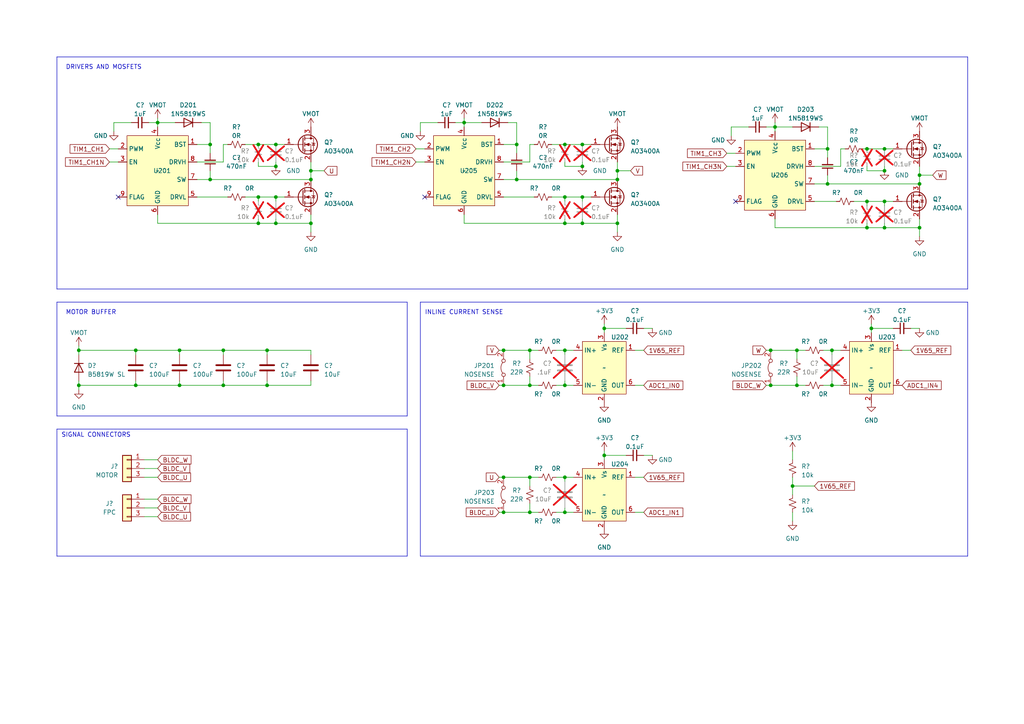
<source format=kicad_sch>
(kicad_sch (version 20230221) (generator eeschema)
  (paper "A4")
  (lib_symbols
    (symbol "Connector_Generic:Conn_01x03" (pin_names (offset 1.016) hide)
      (property "Reference" "J" (at 0 5.08 0))
      (property "Value" "Conn_01x03" (at 0 -5.08 0))
      (symbol "Conn_01x03_1_1"
        (pin passive line (at -5.08 2.54 0) (length 3.81) (name "Pin_1") (number "1"))
        (pin passive line (at -5.08 0 0) (length 3.81) (name "Pin_2") (number "2"))
        (pin passive line (at -5.08 -2.54 0) (length 3.81) (name "Pin_3") (number "3"))
      )
    )
    (symbol "Device:C" (pin_numbers hide) (pin_names (offset 0.254))
      (property "Reference" "C" (at 0.635 2.54 0))
      (property "Value" "C" (at 0.635 -2.54 0))
      (symbol "C_1_1"
        (pin passive line (at 0 3.81 270) (length 2.794) (name "~") (number "1"))
        (pin passive line (at 0 -3.81 90) (length 2.794) (name "~") (number "2"))
      )
    )
    (symbol "Device:C_Small" (pin_numbers hide) (pin_names (offset 0.254) hide)
      (property "Reference" "C" (at 0.254 1.778 0))
      (property "Value" "C_Small" (at 0.254 -2.032 0))
      (symbol "C_Small_1_1"
        (pin passive line (at 0 2.54 270) (length 2.032) (name "~") (number "1"))
        (pin passive line (at 0 -2.54 90) (length 2.032) (name "~") (number "2"))
      )
    )
    (symbol "Device:D" (pin_numbers hide) (pin_names (offset 1.016) hide)
      (property "Reference" "D" (at 0 2.54 0))
      (property "Value" "D" (at 0 -2.54 0))
      (symbol "D_1_1"
        (pin passive line (at -3.81 0 0) (length 2.54) (name "K") (number "1"))
        (pin passive line (at 3.81 0 180) (length 2.54) (name "A") (number "2"))
      )
    )
    (symbol "Device:R_Small_US" (pin_numbers hide) (pin_names (offset 0.254) hide)
      (property "Reference" "R" (at 0.762 0.508 0))
      (property "Value" "R_Small_US" (at 0.762 -1.016 0))
      (symbol "R_Small_US_1_1"
        (pin passive line (at 0 2.54 270) (length 1.016) (name "~") (number "1"))
        (pin passive line (at 0 -2.54 90) (length 1.016) (name "~") (number "2"))
      )
    )
    (symbol "Jumper:Jumper_2_Bridged" (pin_names (offset 0) hide)
      (property "Reference" "JP" (at 0 1.905 0))
      (property "Value" "Jumper_2_Bridged" (at 0 -2.54 0))
      (symbol "Jumper_2_Bridged_1_1"
        (pin passive line (at -5.08 0 0) (length 2.54) (name "A") (number "1"))
        (pin passive line (at 5.08 0 180) (length 2.54) (name "B") (number "2"))
      )
    )
    (symbol "Transistor_FET:AO3400A" (pin_names hide)
      (property "Reference" "Q" (at 5.08 1.905 0))
      (property "Value" "AO3400A" (at 5.08 0 0))
      (symbol "AO3400A_1_1"
        (pin input line (at -5.08 0 0) (length 2.54) (name "G") (number "1"))
        (pin passive line (at 2.54 -5.08 90) (length 2.54) (name "S") (number "2"))
        (pin passive line (at 2.54 5.08 270) (length 2.54) (name "D") (number "3"))
      )
    )
    (symbol "matei:LT199G1"
      (property "Reference" "U" (at 0 0 0))
      (symbol "LT199G1_0_0"
        (pin unspecified line (at 8.89 5.08 180) (length 2.54) (name "REF") (number "1"))
        (pin unspecified line (at 0 -10.16 90) (length 2.54) (name "GND") (number "2"))
        (pin unspecified line (at 0 10.16 270) (length 2.54) (name "Vs") (number "3"))
        (pin unspecified line (at -8.89 5.08 0) (length 2.54) (name "IN+") (number "4"))
        (pin unspecified line (at -8.89 -5.08 0) (length 2.54) (name "IN-") (number "5"))
        (pin unspecified line (at 8.89 -5.08 180) (length 2.54) (name "OUT") (number "6"))
      )
    )
    (symbol "matei:NCP81155"
      (property "Reference" "U" (at 0 -2.54 0))
      (symbol "NCP81155_0_0"
        (pin unspecified line (at 11.43 7.62 180) (length 2.54) (name "BST") (number "1"))
        (pin unspecified line (at -11.43 6.35 0) (length 2.54) (name "PWM") (number "2"))
        (pin unspecified line (at -11.43 2.54 0) (length 2.54) (name "EN") (number "3"))
        (pin unspecified line (at 0 12.7 270) (length 2.54) (name "Vcc") (number "4"))
        (pin unspecified line (at 11.43 -7.62 180) (length 2.54) (name "DRVL") (number "5"))
        (pin unspecified line (at 0 -12.7 90) (length 2.54) (name "GND") (number "6"))
        (pin unspecified line (at 11.43 -2.54 180) (length 2.54) (name "SW") (number "7"))
        (pin unspecified line (at 11.43 2.54 180) (length 2.54) (name "DRVH") (number "8"))
        (pin unspecified line (at -11.43 -7.62 0) (length 2.54) (name "FLAG") (number "9"))
      )
    )
    (symbol "power:+3V3" (power) (pin_names (offset 0))
      (property "Value" "+3V3" (at 0 3.556 0))
      (symbol "+3V3_1_1"
        (pin power_in line (at 0 0 90) (length 0) hide (name "+3V3") (number "1"))
      )
    )
    (symbol "power:GND" (power) (pin_names (offset 0))
      (property "Value" "GND" (at 0 -3.81 0))
      (symbol "GND_1_1"
        (pin power_in line (at 0 0 270) (length 0) hide (name "GND") (number "1"))
      )
    )
    (symbol "power:VMOT" (power) (pin_names (offset 0))
      (property "Value" "VMOT" (at 0 3.81 0))
      (symbol "VMOT_1_1"
        (pin power_in line (at 0 0 90) (length 0) hide (name "VMOT") (number "1"))
      )
    )
  )
  (junction (at 179.07 64.77))
  (junction (at 240.03 53.34))
  (junction (at 241.3 101.6))
  (junction (at 251.46 43.18))
  (junction (at 149.86 52.07))
  (junction (at 80.01 48.26))
  (junction (at 251.46 66.04))
  (junction (at 60.96 52.07))
  (junction (at 146.05 111.76))
  (junction (at 22.86 111.76))
  (junction (at 231.14 111.76))
  (junction (at 224.79 36.83))
  (junction (at 80.01 41.91))
  (junction (at 163.83 41.91))
  (junction (at 223.52 111.76))
  (junction (at 80.01 57.15))
  (junction (at 64.77 111.76))
  (junction (at 134.62 35.56))
  (junction (at 252.73 95.25))
  (junction (at 175.26 132.08))
  (junction (at 163.83 57.15))
  (junction (at 45.72 35.56))
  (junction (at 60.96 41.91))
  (junction (at 153.67 138.43))
  (junction (at 266.7 50.8))
  (junction (at 179.07 49.53))
  (junction (at 256.54 66.04))
  (junction (at 168.91 41.91))
  (junction (at 163.83 111.76))
  (junction (at 179.07 52.07))
  (junction (at 168.91 48.26))
  (junction (at 163.83 148.59))
  (junction (at 80.01 64.77))
  (junction (at 256.54 49.53))
  (junction (at 22.86 101.6))
  (junction (at 163.83 64.77))
  (junction (at 266.7 66.04))
  (junction (at 39.37 101.6))
  (junction (at 163.83 138.43))
  (junction (at 146.05 148.59))
  (junction (at 74.93 41.91))
  (junction (at 168.91 57.15))
  (junction (at 163.83 101.6))
  (junction (at 251.46 58.42))
  (junction (at 74.93 57.15))
  (junction (at 149.86 41.91))
  (junction (at 256.54 43.18))
  (junction (at 266.7 53.34))
  (junction (at 241.3 111.76))
  (junction (at 256.54 58.42))
  (junction (at 168.91 64.77))
  (junction (at 52.07 101.6))
  (junction (at 240.03 43.18))
  (junction (at 90.17 52.07))
  (junction (at 39.37 111.76))
  (junction (at 52.07 111.76))
  (junction (at 90.17 64.77))
  (junction (at 90.17 49.53))
  (junction (at 146.05 138.43))
  (junction (at 229.87 140.97))
  (junction (at 153.67 101.6))
  (junction (at 175.26 95.25))
  (junction (at 153.67 148.59))
  (junction (at 64.77 101.6))
  (junction (at 231.14 101.6))
  (junction (at 77.47 101.6))
  (junction (at 77.47 111.76))
  (junction (at 74.93 64.77))
  (junction (at 223.52 101.6))
  (junction (at 146.05 101.6))
  (junction (at 153.67 111.76))
  (no_connect (at 34.29 57.15))
  (no_connect (at 213.36 58.42))
  (no_connect (at 123.19 57.15))
  (wire (pts (xy 74.93 41.91) (xy 80.01 41.91)))
  (wire (pts (xy 179.07 64.77) (xy 179.07 67.31)))
  (wire (pts (xy 134.62 34.29) (xy 134.62 35.56)))
  (wire (pts (xy 179.07 46.99) (xy 179.07 49.53)))
  (wire (pts (xy 261.62 101.6) (xy 264.16 101.6)))
  (wire (pts (xy 60.96 41.91) (xy 60.96 44.45)))
  (wire (pts (xy 146.05 111.76) (xy 153.67 111.76)))
  (wire (pts (xy 45.72 35.56) (xy 45.72 36.83)))
  (polyline (pts (xy 280.67 16.51) (xy 16.51 16.51)))
  (wire (pts (xy 175.26 95.25) (xy 175.26 96.52)))
  (wire (pts (xy 153.67 46.99) (xy 146.05 46.99)))
  (wire (pts (xy 22.86 111.76) (xy 39.37 111.76)))
  (wire (pts (xy 240.03 43.18) (xy 240.03 45.72)))
  (polyline (pts (xy 16.51 124.46) (xy 118.11 124.46)))
  (wire (pts (xy 45.72 147.32) (xy 41.91 147.32)))
  (wire (pts (xy 134.62 62.23) (xy 134.62 64.77)))
  (wire (pts (xy 38.1 35.56) (xy 33.02 35.56)))
  (wire (pts (xy 223.52 111.76) (xy 231.14 111.76)))
  (polyline (pts (xy 16.51 87.63) (xy 118.11 87.63)))
  (wire (pts (xy 132.08 35.56) (xy 134.62 35.56)))
  (wire (pts (xy 153.67 41.91) (xy 154.94 41.91)))
  (wire (pts (xy 153.67 41.91) (xy 153.67 46.99)))
  (wire (pts (xy 64.77 46.99) (xy 57.15 46.99)))
  (wire (pts (xy 163.83 63.5) (xy 163.83 64.77)))
  (wire (pts (xy 236.22 58.42) (xy 242.57 58.42)))
  (wire (pts (xy 224.79 66.04) (xy 251.46 66.04)))
  (wire (pts (xy 80.01 46.99) (xy 80.01 48.26)))
  (wire (pts (xy 74.93 46.99) (xy 74.93 48.26)))
  (wire (pts (xy 80.01 57.15) (xy 80.01 58.42)))
  (wire (pts (xy 175.26 132.08) (xy 181.61 132.08)))
  (wire (pts (xy 52.07 111.76) (xy 64.77 111.76)))
  (polyline (pts (xy 16.51 124.46) (xy 16.51 161.29)))
  (wire (pts (xy 222.25 36.83) (xy 224.79 36.83)))
  (wire (pts (xy 222.25 111.76) (xy 223.52 111.76)))
  (wire (pts (xy 184.15 138.43) (xy 186.69 138.43)))
  (wire (pts (xy 146.05 148.59) (xy 153.67 148.59)))
  (wire (pts (xy 31.75 46.99) (xy 34.29 46.99)))
  (wire (pts (xy 217.17 36.83) (xy 212.09 36.83)))
  (wire (pts (xy 236.22 53.34) (xy 240.03 53.34)))
  (polyline (pts (xy 121.92 87.63) (xy 280.67 87.63)))
  (wire (pts (xy 127 35.56) (xy 121.92 35.56)))
  (wire (pts (xy 153.67 138.43) (xy 153.67 140.97)))
  (polyline (pts (xy 118.11 120.65) (xy 118.11 87.63)))
  (wire (pts (xy 39.37 111.76) (xy 52.07 111.76)))
  (wire (pts (xy 134.62 35.56) (xy 134.62 36.83)))
  (wire (pts (xy 251.46 43.18) (xy 256.54 43.18)))
  (wire (pts (xy 256.54 58.42) (xy 256.54 59.69)))
  (wire (pts (xy 163.83 57.15) (xy 168.91 57.15)))
  (wire (pts (xy 163.83 138.43) (xy 163.83 139.7)))
  (wire (pts (xy 163.83 57.15) (xy 163.83 58.42)))
  (wire (pts (xy 250.19 43.18) (xy 251.46 43.18)))
  (wire (pts (xy 256.54 43.18) (xy 259.08 43.18)))
  (wire (pts (xy 163.83 138.43) (xy 166.37 138.43)))
  (wire (pts (xy 45.72 135.89) (xy 41.91 135.89)))
  (wire (pts (xy 210.82 48.26) (xy 213.36 48.26)))
  (wire (pts (xy 251.46 58.42) (xy 256.54 58.42)))
  (wire (pts (xy 74.93 57.15) (xy 80.01 57.15)))
  (wire (pts (xy 74.93 48.26) (xy 80.01 48.26)))
  (wire (pts (xy 238.76 101.6) (xy 241.3 101.6)))
  (wire (pts (xy 60.96 41.91) (xy 60.96 35.56)))
  (wire (pts (xy 240.03 50.8) (xy 240.03 53.34)))
  (wire (pts (xy 144.78 111.76) (xy 146.05 111.76)))
  (wire (pts (xy 247.65 58.42) (xy 251.46 58.42)))
  (polyline (pts (xy 280.67 83.82) (xy 280.67 16.51)))
  (wire (pts (xy 90.17 64.77) (xy 90.17 62.23)))
  (wire (pts (xy 160.02 41.91) (xy 163.83 41.91)))
  (wire (pts (xy 229.87 138.43) (xy 229.87 140.97)))
  (wire (pts (xy 186.69 132.08) (xy 189.23 132.08)))
  (wire (pts (xy 31.75 43.18) (xy 34.29 43.18)))
  (wire (pts (xy 256.54 64.77) (xy 256.54 66.04)))
  (wire (pts (xy 149.86 35.56) (xy 147.32 35.56)))
  (wire (pts (xy 238.76 111.76) (xy 241.3 111.76)))
  (wire (pts (xy 184.15 148.59) (xy 186.69 148.59)))
  (wire (pts (xy 45.72 133.35) (xy 41.91 133.35)))
  (wire (pts (xy 266.7 48.26) (xy 266.7 50.8)))
  (wire (pts (xy 251.46 66.04) (xy 256.54 66.04)))
  (wire (pts (xy 168.91 57.15) (xy 171.45 57.15)))
  (wire (pts (xy 161.29 138.43) (xy 163.83 138.43)))
  (wire (pts (xy 240.03 36.83) (xy 237.49 36.83)))
  (wire (pts (xy 168.91 63.5) (xy 168.91 64.77)))
  (wire (pts (xy 251.46 64.77) (xy 251.46 66.04)))
  (wire (pts (xy 168.91 46.99) (xy 168.91 48.26)))
  (wire (pts (xy 175.26 93.98) (xy 175.26 95.25)))
  (wire (pts (xy 223.52 101.6) (xy 231.14 101.6)))
  (wire (pts (xy 64.77 101.6) (xy 77.47 101.6)))
  (wire (pts (xy 90.17 64.77) (xy 90.17 67.31)))
  (wire (pts (xy 146.05 138.43) (xy 153.67 138.43)))
  (wire (pts (xy 22.86 111.76) (xy 22.86 113.03)))
  (wire (pts (xy 90.17 49.53) (xy 90.17 52.07)))
  (wire (pts (xy 153.67 111.76) (xy 156.21 111.76)))
  (wire (pts (xy 161.29 101.6) (xy 163.83 101.6)))
  (wire (pts (xy 224.79 35.56) (xy 224.79 36.83)))
  (wire (pts (xy 90.17 101.6) (xy 90.17 102.87)))
  (wire (pts (xy 266.7 66.04) (xy 266.7 68.58)))
  (polyline (pts (xy 16.51 16.51) (xy 16.51 83.82)))
  (wire (pts (xy 144.78 148.59) (xy 146.05 148.59)))
  (wire (pts (xy 22.86 100.33) (xy 22.86 101.6)))
  (wire (pts (xy 64.77 110.49) (xy 64.77 111.76)))
  (wire (pts (xy 45.72 34.29) (xy 45.72 35.56)))
  (wire (pts (xy 229.87 148.59) (xy 229.87 151.13)))
  (wire (pts (xy 144.78 138.43) (xy 146.05 138.43)))
  (wire (pts (xy 186.69 95.25) (xy 189.23 95.25)))
  (wire (pts (xy 163.83 111.76) (xy 166.37 111.76)))
  (wire (pts (xy 57.15 57.15) (xy 66.04 57.15)))
  (polyline (pts (xy 121.92 87.63) (xy 121.92 161.29)))
  (wire (pts (xy 241.3 110.49) (xy 241.3 111.76)))
  (wire (pts (xy 90.17 49.53) (xy 93.98 49.53)))
  (wire (pts (xy 163.83 101.6) (xy 166.37 101.6)))
  (wire (pts (xy 241.3 111.76) (xy 243.84 111.76)))
  (wire (pts (xy 153.67 146.05) (xy 153.67 148.59)))
  (wire (pts (xy 256.54 58.42) (xy 259.08 58.42)))
  (wire (pts (xy 231.14 109.22) (xy 231.14 111.76)))
  (wire (pts (xy 256.54 48.26) (xy 256.54 49.53)))
  (wire (pts (xy 64.77 101.6) (xy 64.77 102.87)))
  (wire (pts (xy 149.86 52.07) (xy 179.07 52.07)))
  (wire (pts (xy 251.46 58.42) (xy 251.46 59.69)))
  (polyline (pts (xy 16.51 87.63) (xy 16.51 120.65)))
  (wire (pts (xy 229.87 140.97) (xy 229.87 143.51)))
  (wire (pts (xy 80.01 57.15) (xy 82.55 57.15)))
  (wire (pts (xy 179.07 49.53) (xy 182.88 49.53)))
  (wire (pts (xy 175.26 130.81) (xy 175.26 132.08)))
  (wire (pts (xy 57.15 41.91) (xy 60.96 41.91)))
  (wire (pts (xy 236.22 43.18) (xy 240.03 43.18)))
  (wire (pts (xy 243.84 43.18) (xy 243.84 48.26)))
  (wire (pts (xy 22.86 110.49) (xy 22.86 111.76)))
  (wire (pts (xy 160.02 57.15) (xy 163.83 57.15)))
  (wire (pts (xy 245.11 43.18) (xy 243.84 43.18)))
  (wire (pts (xy 256.54 66.04) (xy 266.7 66.04)))
  (wire (pts (xy 266.7 50.8) (xy 270.51 50.8)))
  (wire (pts (xy 64.77 41.91) (xy 66.04 41.91)))
  (wire (pts (xy 139.7 35.56) (xy 134.62 35.56)))
  (wire (pts (xy 161.29 111.76) (xy 163.83 111.76)))
  (wire (pts (xy 231.14 101.6) (xy 233.68 101.6)))
  (wire (pts (xy 52.07 101.6) (xy 52.07 102.87)))
  (wire (pts (xy 146.05 52.07) (xy 149.86 52.07)))
  (wire (pts (xy 134.62 64.77) (xy 163.83 64.77)))
  (wire (pts (xy 71.12 41.91) (xy 74.93 41.91)))
  (wire (pts (xy 57.15 52.07) (xy 60.96 52.07)))
  (wire (pts (xy 252.73 93.98) (xy 252.73 95.25)))
  (wire (pts (xy 240.03 36.83) (xy 240.03 43.18)))
  (polyline (pts (xy 121.92 161.29) (xy 280.67 161.29)))
  (wire (pts (xy 181.61 95.25) (xy 175.26 95.25)))
  (wire (pts (xy 163.83 110.49) (xy 163.83 111.76)))
  (wire (pts (xy 163.83 64.77) (xy 168.91 64.77)))
  (wire (pts (xy 163.83 147.32) (xy 163.83 148.59)))
  (wire (pts (xy 179.07 64.77) (xy 179.07 62.23)))
  (wire (pts (xy 22.86 101.6) (xy 22.86 102.87)))
  (wire (pts (xy 60.96 35.56) (xy 58.42 35.56)))
  (wire (pts (xy 33.02 35.56) (xy 33.02 38.1)))
  (wire (pts (xy 45.72 144.78) (xy 41.91 144.78)))
  (wire (pts (xy 163.83 148.59) (xy 166.37 148.59)))
  (wire (pts (xy 120.65 46.99) (xy 123.19 46.99)))
  (wire (pts (xy 90.17 111.76) (xy 77.47 111.76)))
  (wire (pts (xy 264.16 95.25) (xy 266.7 95.25)))
  (wire (pts (xy 80.01 41.91) (xy 82.55 41.91)))
  (polyline (pts (xy 16.51 161.29) (xy 118.11 161.29)))
  (wire (pts (xy 71.12 57.15) (xy 74.93 57.15)))
  (wire (pts (xy 163.83 46.99) (xy 163.83 48.26)))
  (wire (pts (xy 179.07 49.53) (xy 179.07 52.07)))
  (wire (pts (xy 74.93 57.15) (xy 74.93 58.42)))
  (wire (pts (xy 231.14 101.6) (xy 231.14 104.14)))
  (wire (pts (xy 74.93 63.5) (xy 74.93 64.77)))
  (wire (pts (xy 222.25 101.6) (xy 223.52 101.6)))
  (wire (pts (xy 163.83 41.91) (xy 168.91 41.91)))
  (wire (pts (xy 60.96 49.53) (xy 60.96 52.07)))
  (wire (pts (xy 210.82 44.45) (xy 213.36 44.45)))
  (wire (pts (xy 243.84 48.26) (xy 236.22 48.26)))
  (wire (pts (xy 266.7 66.04) (xy 266.7 63.5)))
  (wire (pts (xy 168.91 64.77) (xy 179.07 64.77)))
  (wire (pts (xy 64.77 111.76) (xy 77.47 111.76)))
  (wire (pts (xy 229.87 130.81) (xy 229.87 133.35)))
  (wire (pts (xy 146.05 101.6) (xy 153.67 101.6)))
  (wire (pts (xy 39.37 101.6) (xy 39.37 102.87)))
  (wire (pts (xy 77.47 101.6) (xy 77.47 102.87)))
  (wire (pts (xy 153.67 101.6) (xy 153.67 104.14)))
  (wire (pts (xy 149.86 49.53) (xy 149.86 52.07)))
  (wire (pts (xy 64.77 41.91) (xy 64.77 46.99)))
  (wire (pts (xy 121.92 35.56) (xy 121.92 38.1)))
  (wire (pts (xy 251.46 48.26) (xy 251.46 49.53)))
  (wire (pts (xy 161.29 148.59) (xy 163.83 148.59)))
  (wire (pts (xy 144.78 101.6) (xy 146.05 101.6)))
  (wire (pts (xy 184.15 101.6) (xy 186.69 101.6)))
  (wire (pts (xy 39.37 110.49) (xy 39.37 111.76)))
  (wire (pts (xy 60.96 52.07) (xy 90.17 52.07)))
  (wire (pts (xy 224.79 36.83) (xy 224.79 38.1)))
  (wire (pts (xy 45.72 62.23) (xy 45.72 64.77)))
  (polyline (pts (xy 280.67 161.29) (xy 280.67 87.63)))
  (wire (pts (xy 229.87 36.83) (xy 224.79 36.83)))
  (wire (pts (xy 212.09 36.83) (xy 212.09 39.37)))
  (wire (pts (xy 90.17 46.99) (xy 90.17 49.53)))
  (wire (pts (xy 120.65 43.18) (xy 123.19 43.18)))
  (wire (pts (xy 77.47 101.6) (xy 90.17 101.6)))
  (wire (pts (xy 52.07 110.49) (xy 52.07 111.76)))
  (wire (pts (xy 252.73 95.25) (xy 252.73 96.52)))
  (polyline (pts (xy 118.11 161.29) (xy 118.11 124.46)))
  (wire (pts (xy 266.7 50.8) (xy 266.7 53.34)))
  (wire (pts (xy 153.67 109.22) (xy 153.67 111.76)))
  (wire (pts (xy 175.26 132.08) (xy 175.26 133.35)))
  (wire (pts (xy 80.01 64.77) (xy 90.17 64.77)))
  (wire (pts (xy 50.8 35.56) (xy 45.72 35.56)))
  (wire (pts (xy 45.72 64.77) (xy 74.93 64.77)))
  (wire (pts (xy 231.14 111.76) (xy 233.68 111.76)))
  (wire (pts (xy 90.17 110.49) (xy 90.17 111.76)))
  (wire (pts (xy 153.67 138.43) (xy 156.21 138.43)))
  (wire (pts (xy 241.3 101.6) (xy 243.84 101.6)))
  (wire (pts (xy 241.3 101.6) (xy 241.3 102.87)))
  (wire (pts (xy 149.86 41.91) (xy 149.86 35.56)))
  (wire (pts (xy 163.83 48.26) (xy 168.91 48.26)))
  (wire (pts (xy 74.93 64.77) (xy 80.01 64.77)))
  (wire (pts (xy 39.37 101.6) (xy 52.07 101.6)))
  (wire (pts (xy 80.01 63.5) (xy 80.01 64.77)))
  (wire (pts (xy 149.86 41.91) (xy 149.86 44.45)))
  (wire (pts (xy 77.47 110.49) (xy 77.47 111.76)))
  (wire (pts (xy 168.91 57.15) (xy 168.91 58.42)))
  (wire (pts (xy 251.46 49.53) (xy 256.54 49.53)))
  (polyline (pts (xy 16.51 83.82) (xy 280.67 83.82)))
  (wire (pts (xy 52.07 101.6) (xy 64.77 101.6)))
  (wire (pts (xy 146.05 57.15) (xy 154.94 57.15)))
  (wire (pts (xy 22.86 101.6) (xy 39.37 101.6)))
  (wire (pts (xy 229.87 140.97) (xy 236.22 140.97)))
  (wire (pts (xy 186.69 111.76) (xy 184.15 111.76)))
  (wire (pts (xy 45.72 149.86) (xy 41.91 149.86)))
  (wire (pts (xy 163.83 101.6) (xy 163.83 102.87)))
  (wire (pts (xy 43.18 35.56) (xy 45.72 35.56)))
  (wire (pts (xy 45.72 138.43) (xy 41.91 138.43)))
  (wire (pts (xy 252.73 95.25) (xy 259.08 95.25)))
  (wire (pts (xy 168.91 41.91) (xy 171.45 41.91)))
  (wire (pts (xy 224.79 63.5) (xy 224.79 66.04)))
  (polyline (pts (xy 16.51 120.65) (xy 118.11 120.65)))
  (wire (pts (xy 153.67 101.6) (xy 156.21 101.6)))
  (wire (pts (xy 153.67 148.59) (xy 156.21 148.59)))
  (wire (pts (xy 240.03 53.34) (xy 266.7 53.34)))
  (wire (pts (xy 146.05 41.91) (xy 149.86 41.91)))
  (text "MOTOR BUFFER" (at 19.05 91.44 0) (effects (font (size 1.27 1.27)) (justify left bottom)))
  (text "SIGNAL CONNECTORS" (at 17.78 127 0) (effects (font (size 1.27 1.27)) (justify left bottom)))
  (text "DRIVERS AND MOSFETS" (at 19.05 20.32 0) (effects (font (size 1.27 1.27)) (justify left bottom)))
  (text "INLINE CURRENT SENSE" (at 123.19 91.44 0) (effects (font (size 1.27 1.27)) (justify left bottom)))
  (global_label "BLDC_U" (shape input) (at 144.78 148.59 180) (property "Intersheetrefs" "${INTERSHEET_REFS}" (effects hide)))
  (global_label "TIM1_CH2" (shape input) (at 120.65 43.18 180) (property "Intersheetrefs" "${INTERSHEET_REFS}" (effects hide)))
  (global_label "1V65_REF" (shape input) (at 186.69 138.43 0) (property "Intersheetrefs" "${INTERSHEET_REFS}" (effects hide)))
  (global_label "ADC1_IN4" (shape input) (at 261.62 111.76 0) (property "Intersheetrefs" "${INTERSHEET_REFS}" (effects hide)))
  (global_label "BLDC_U" (shape input) (at 45.72 149.86 0) (property "Intersheetrefs" "${INTERSHEET_REFS}" (effects hide)))
  (global_label "BLDC_W" (shape input) (at 45.72 144.78 0) (property "Intersheetrefs" "${INTERSHEET_REFS}" (effects hide)))
  (global_label "ADC1_IN0" (shape input) (at 186.69 111.76 0) (property "Intersheetrefs" "${INTERSHEET_REFS}" (effects hide)))
  (global_label "V" (shape input) (at 182.88 49.53 0) (property "Intersheetrefs" "${INTERSHEET_REFS}" (effects hide)))
  (global_label "BLDC_W" (shape input) (at 45.72 133.35 0) (property "Intersheetrefs" "${INTERSHEET_REFS}" (effects hide)))
  (global_label "TIM1_CH2N" (shape input) (at 120.65 46.99 180) (property "Intersheetrefs" "${INTERSHEET_REFS}" (effects hide)))
  (global_label "U" (shape input) (at 93.98 49.53 0) (property "Intersheetrefs" "${INTERSHEET_REFS}" (effects hide)))
  (global_label "V" (shape input) (at 144.78 101.6 180) (property "Intersheetrefs" "${INTERSHEET_REFS}" (effects hide)))
  (global_label "1V65_REF" (shape input) (at 186.69 101.6 0) (property "Intersheetrefs" "${INTERSHEET_REFS}" (effects hide)))
  (global_label "BLDC_V" (shape input) (at 144.78 111.76 180) (property "Intersheetrefs" "${INTERSHEET_REFS}" (effects hide)))
  (global_label "W" (shape input) (at 270.51 50.8 0) (property "Intersheetrefs" "${INTERSHEET_REFS}" (effects hide)))
  (global_label "BLDC_V" (shape input) (at 45.72 147.32 0) (property "Intersheetrefs" "${INTERSHEET_REFS}" (effects hide)))
  (global_label "TIM1_CH1N" (shape input) (at 31.75 46.99 180) (property "Intersheetrefs" "${INTERSHEET_REFS}" (effects hide)))
  (global_label "W" (shape input) (at 222.25 101.6 180) (property "Intersheetrefs" "${INTERSHEET_REFS}" (effects hide)))
  (global_label "BLDC_W" (shape input) (at 222.25 111.76 180) (property "Intersheetrefs" "${INTERSHEET_REFS}" (effects hide)))
  (global_label "1V65_REF" (shape input) (at 264.16 101.6 0) (property "Intersheetrefs" "${INTERSHEET_REFS}" (effects hide)))
  (global_label "TIM1_CH1" (shape input) (at 31.75 43.18 180) (property "Intersheetrefs" "${INTERSHEET_REFS}" (effects hide)))
  (global_label "ADC1_IN1" (shape input) (at 186.69 148.59 0) (property "Intersheetrefs" "${INTERSHEET_REFS}" (effects hide)))
  (global_label "TIM1_CH3" (shape input) (at 210.82 44.45 180) (property "Intersheetrefs" "${INTERSHEET_REFS}" (effects hide)))
  (global_label "U" (shape input) (at 144.78 138.43 180) (property "Intersheetrefs" "${INTERSHEET_REFS}" (effects hide)))
  (global_label "BLDC_U" (shape input) (at 45.72 138.43 0) (property "Intersheetrefs" "${INTERSHEET_REFS}" (effects hide)))
  (global_label "1V65_REF" (shape input) (at 236.22 140.97 0) (property "Intersheetrefs" "${INTERSHEET_REFS}" (effects hide)))
  (global_label "BLDC_V" (shape input) (at 45.72 135.89 0) (property "Intersheetrefs" "${INTERSHEET_REFS}" (effects hide)))
  (global_label "TIM1_CH3N" (shape input) (at 210.82 48.26 180) (property "Intersheetrefs" "${INTERSHEET_REFS}" (effects hide)))
  (symbol (lib_id "Device:C_Small") (at 80.01 60.96 0) (mirror y) (unit 1) (in_bom no) (dnp yes)
    (property "Reference" "C?" (at 82.55 60.3313 0) (effects (justify right)))
    (property "Value" "0.1uF" (at 82.55 62.8713 0) (effects (justify right)))
    (property "Footprint" "Capacitor_SMD:C_0402_1005Metric" (effects hide))
    (instances (project "stm32f103" (path "" (reference "C?") (unit 1)) (path "" (reference "C207") (unit 1))))
  )
  (symbol (lib_id "Device:C_Small") (at 168.91 60.96 0) (mirror y) (unit 1) (in_bom no) (dnp yes)
    (property "Reference" "C?" (at 171.45 60.3313 0) (effects (justify right)))
    (property "Value" "0.1uF" (at 171.45 62.8713 0) (effects (justify right)))
    (property "Footprint" "Capacitor_SMD:C_0402_1005Metric" (effects hide))
    (instances (project "stm32f103" (path "" (reference "C?") (unit 1)) (path "" (reference "C208") (unit 1))))
  )
  (symbol (lib_id "Device:R_Small_US") (at 68.58 57.15 90) (unit 1)
    (property "Reference" "R?" (at 66.04 54.61 90))
    (property "Value" "0R" (at 72.39 54.61 90))
    (property "Footprint" "Resistor_SMD:R_0402_1005Metric" (effects hide))
    (instances (project "stm32f103" (path "" (reference "R?") (unit 1)) (path "" (reference "R207") (unit 1))))
  )
  (symbol (lib_id "power:VMOT") (at 224.79 35.56 0) (mirror y) (unit 1)
    (property "Reference" "#PWR?" (effects hide))
    (property "Value" "VMOT" (at 224.79 31.75 0))
    (instances (project "stm32f103" (path "" (reference "#PWR?") (unit 1)) (path "" (reference "#PWR0227") (unit 1))))
  )
  (symbol (lib_id "matei:NCP81155") (at 224.79 50.8 0) (unit 1)
    (property "Reference" "U206" (at 223.52 50.8 0) (effects (justify left)))
    (property "Value" "~" (at 224.79 50.8 0))
    (property "Footprint" "Package_DFN_QFN:DFN-8-1EP_3x3mm_P0.5mm_EP1.65x2.38mm" (effects hide))
    (property "Datasheet" "https://datasheet.lcsc.com/lcsc/2210210200_onsemi-NCP81155MNTXG_C173765.pdf" (effects hide))
  )
  (symbol (lib_id "matei:LT199G1") (at 175.26 143.51 0) (unit 1)
    (property "Reference" "U204" (at 177.2159 134.62 0) (effects (justify left)))
    (property "Value" "~" (at 175.26 143.51 0))
    (property "Footprint" "Package_TO_SOT_SMD:SOT-363_SC-70-6" (effects hide))
    (property "Datasheet" "https://datasheet.lcsc.com/lcsc/2109191630_Linearin-LT199G1XC6-R6_C2888104.pdf" (effects hide))
  )
  (symbol (lib_id "power:+3V3") (at 252.73 93.98 0) (unit 1)
    (property "Reference" "#PWR0215" (effects hide))
    (property "Value" "+3V3" (at 252.73 90.17 0))
  )
  (symbol (lib_id "matei:NCP81155") (at 45.72 49.53 0) (unit 1)
    (property "Reference" "U201" (at 44.45 49.53 0) (effects (justify left)))
    (property "Value" "~" (at 45.72 49.53 0))
    (property "Footprint" "Package_DFN_QFN:DFN-8-1EP_3x3mm_P0.5mm_EP1.65x2.38mm" (effects hide))
    (property "Datasheet" "https://datasheet.lcsc.com/lcsc/2210210200_onsemi-NCP81155MNTXG_C173765.pdf" (effects hide))
  )
  (symbol (lib_id "power:GND") (at 266.7 95.25 0) (unit 1)
    (property "Reference" "#PWR?" (effects hide))
    (property "Value" "GND" (at 270.51 96.52 0))
    (instances (project "stm32f103" (path "" (reference "#PWR?") (unit 1)) (path "" (reference "#PWR0217") (unit 1))))
  )
  (symbol (lib_id "Device:R_Small_US") (at 236.22 101.6 90) (unit 1)
    (property "Reference" "R?" (at 233.68 99.06 90))
    (property "Value" "0R" (at 238.76 99.06 90))
    (property "Footprint" "Resistor_SMD:R_0402_1005Metric" (effects hide))
    (instances (project "stm32f103" (path "" (reference "R?") (unit 1)) (path "" (reference "R214") (unit 1))))
  )
  (symbol (lib_id "power:GND") (at 168.91 48.26 0) (unit 1)
    (property "Reference" "#PWR?" (effects hide))
    (property "Value" "GND" (at 173.99 49.53 0))
    (instances (project "stm32f103" (path "" (reference "#PWR?") (unit 1)) (path "" (reference "#PWR0208") (unit 1))))
  )
  (symbol (lib_id "Device:R_Small_US") (at 245.11 58.42 90) (unit 1)
    (property "Reference" "R?" (at 242.57 55.88 90))
    (property "Value" "0R" (at 248.92 55.88 90))
    (property "Footprint" "Resistor_SMD:R_0402_1005Metric" (effects hide))
    (instances (project "stm32f103" (path "" (reference "R?") (unit 1)) (path "" (reference "R209") (unit 1))))
  )
  (symbol (lib_id "Transistor_FET:AO3400A") (at 87.63 57.15 0) (unit 1)
    (property "Reference" "Q?" (at 93.98 56.515 0) (effects (justify left)))
    (property "Value" "AO3400A" (at 93.98 59.055 0) (effects (justify left)))
    (property "Footprint" "Package_TO_SOT_SMD:SOT-23" (effects hide))
    (property "Datasheet" "http://www.aosmd.com/pdfs/datasheet/AO3400A.pdf" (effects hide))
    (instances (project "stm32f103" (path "" (reference "Q?") (unit 1)) (path "" (reference "Q204") (unit 1))))
  )
  (symbol (lib_id "Device:R_Small_US") (at 74.93 44.45 0) (unit 1) (in_bom no) (dnp yes)
    (property "Reference" "R?" (at 72.39 43.815 0) (effects (justify right)))
    (property "Value" "10k" (at 72.39 46.355 0) (effects (justify right)))
    (property "Footprint" "Resistor_SMD:R_0402_1005Metric" (effects hide))
    (instances (project "stm32f103" (path "" (reference "R?") (unit 1)) (path "" (reference "R204") (unit 1))))
  )
  (symbol (lib_id "power:VMOT") (at 179.07 36.83 0) (unit 1)
    (property "Reference" "#PWR?" (effects hide))
    (property "Value" "VMOT" (at 179.07 33.02 0))
    (instances (project "stm32f103" (path "" (reference "#PWR?") (unit 1)) (path "" (reference "#PWR0204") (unit 1))))
  )
  (symbol (lib_id "Device:C_Small") (at 240.03 48.26 0) (mirror x) (unit 1)
    (property "Reference" "C?" (at 247.65 46.99 0))
    (property "Value" "470nF" (at 247.65 49.53 0))
    (property "Footprint" "Capacitor_SMD:C_0402_1005Metric" (effects hide))
    (instances (project "stm32f103" (path "" (reference "C?") (unit 1)) (path "" (reference "C222") (unit 1))))
  )
  (symbol (lib_id "Device:D") (at 22.86 106.68 270) (unit 1)
    (property "Reference" "D?" (at 25.4 106.045 90) (effects (justify left)))
    (property "Value" "B5819W SL" (at 25.4 108.585 90) (effects (justify left)))
    (property "Footprint" "Diode_SMD:D_SOD-123" (effects hide))
    (property "Sim.Device" "D" (effects hide))
    (property "Sim.Pins" "1=K 2=A" (effects hide))
    (instances (project "stm32f103" (path "" (reference "D?") (unit 1)) (path "" (reference "D204") (unit 1))))
  )
  (symbol (lib_id "Transistor_FET:AO3400A") (at 176.53 41.91 0) (unit 1)
    (property "Reference" "Q?" (at 182.88 41.275 0) (effects (justify left)))
    (property "Value" "AO3400A" (at 182.88 43.815 0) (effects (justify left)))
    (property "Footprint" "Package_TO_SOT_SMD:SOT-23" (effects hide))
    (property "Datasheet" "http://www.aosmd.com/pdfs/datasheet/AO3400A.pdf" (effects hide))
    (instances (project "stm32f103" (path "" (reference "Q?") (unit 1)) (path "" (reference "Q202") (unit 1))))
  )
  (symbol (lib_id "matei:LT199G1") (at 252.73 106.68 0) (unit 1)
    (property "Reference" "U203" (at 254.6859 97.79 0) (effects (justify left)))
    (property "Value" "~" (at 252.73 106.68 0))
    (property "Footprint" "Package_TO_SOT_SMD:SOT-363_SC-70-6" (effects hide))
    (property "Datasheet" "https://datasheet.lcsc.com/lcsc/2109191630_Linearin-LT199G1XC6-R6_C2888104.pdf" (effects hide))
  )
  (symbol (lib_id "power:GND") (at 266.7 68.58 0) (unit 1)
    (property "Reference" "#PWR?" (effects hide))
    (property "Value" "GND" (at 266.7 73.66 0))
    (instances (project "stm32f103" (path "" (reference "#PWR?") (unit 1)) (path "" (reference "#PWR0212") (unit 1))))
  )
  (symbol (lib_id "Device:R_Small_US") (at 153.67 143.51 180) (unit 1)
    (property "Reference" "R?" (at 149.86 142.24 0))
    (property "Value" "22R" (at 149.86 144.78 0))
    (property "Footprint" "Resistor_SMD:R_1206_3216Metric" (effects hide))
    (instances (project "stm32f103" (path "" (reference "R?") (unit 1)) (path "" (reference "R221") (unit 1))))
  )
  (symbol (lib_id "Device:R_Small_US") (at 157.48 57.15 90) (unit 1)
    (property "Reference" "R?" (at 154.94 54.61 90))
    (property "Value" "0R" (at 161.29 54.61 90))
    (property "Footprint" "Resistor_SMD:R_0402_1005Metric" (effects hide))
    (instances (project "stm32f103" (path "" (reference "R?") (unit 1)) (path "" (reference "R208") (unit 1))))
  )
  (symbol (lib_id "Device:R_Small_US") (at 158.75 101.6 90) (unit 1)
    (property "Reference" "R?" (at 156.21 99.06 90))
    (property "Value" "0R" (at 161.29 99.06 90))
    (property "Footprint" "Resistor_SMD:R_0402_1005Metric" (effects hide))
    (instances (project "stm32f103" (path "" (reference "R?") (unit 1)) (path "" (reference "R213") (unit 1))))
  )
  (symbol (lib_id "Device:C_Small") (at 256.54 45.72 0) (mirror y) (unit 1) (in_bom no) (dnp yes)
    (property "Reference" "C?" (at 259.08 45.0913 0) (effects (justify right)))
    (property "Value" "0.1uF" (at 259.08 47.6313 0) (effects (justify right)))
    (property "Footprint" "Capacitor_SMD:C_0402_1005Metric" (effects hide))
    (instances (project "stm32f103" (path "" (reference "C?") (unit 1)) (path "" (reference "C204") (unit 1))))
  )
  (symbol (lib_id "Transistor_FET:AO3400A") (at 264.16 43.18 0) (unit 1)
    (property "Reference" "Q?" (at 270.51 42.545 0) (effects (justify left)))
    (property "Value" "AO3400A" (at 270.51 45.085 0) (effects (justify left)))
    (property "Footprint" "Package_TO_SOT_SMD:SOT-23" (effects hide))
    (property "Datasheet" "http://www.aosmd.com/pdfs/datasheet/AO3400A.pdf" (effects hide))
    (instances (project "stm32f103" (path "" (reference "Q?") (unit 1)) (path "" (reference "Q203") (unit 1))))
  )
  (symbol (lib_id "Jumper:Jumper_2_Bridged") (at 223.52 106.68 90) (unit 1)
    (property "Reference" "JP202" (at 220.98 106.045 90) (effects (justify left)))
    (property "Value" "NOSENSE" (at 220.98 108.585 90) (effects (justify left)))
    (property "Footprint" "Jumper:SolderJumper-2_P1.3mm_Open_TrianglePad1.0x1.5mm" (effects hide))
  )
  (symbol (lib_id "Device:C_Small") (at 219.71 36.83 90) (unit 1)
    (property "Reference" "C?" (at 219.71 31.75 90))
    (property "Value" "1uF" (at 219.71 34.29 90))
    (property "Footprint" "Capacitor_SMD:C_0402_1005Metric" (effects hide))
    (instances (project "stm32f103" (path "" (reference "C?") (unit 1)) (path "" (reference "C210") (unit 1))))
  )
  (symbol (lib_id "Device:R_Small_US") (at 163.83 60.96 0) (unit 1) (in_bom no) (dnp yes)
    (property "Reference" "R?" (at 161.29 60.325 0) (effects (justify right)))
    (property "Value" "10k" (at 161.29 62.865 0) (effects (justify right)))
    (property "Footprint" "Resistor_SMD:R_0402_1005Metric" (effects hide))
    (instances (project "stm32f103" (path "" (reference "R?") (unit 1)) (path "" (reference "R211") (unit 1))))
  )
  (symbol (lib_id "power:GND") (at 90.17 67.31 0) (unit 1)
    (property "Reference" "#PWR?" (effects hide))
    (property "Value" "GND" (at 90.17 72.39 0))
    (instances (project "stm32f103" (path "" (reference "#PWR?") (unit 1)) (path "" (reference "#PWR0210") (unit 1))))
  )
  (symbol (lib_id "power:VMOT") (at 134.62 34.29 0) (mirror y) (unit 1)
    (property "Reference" "#PWR?" (effects hide))
    (property "Value" "VMOT" (at 134.62 30.48 0))
    (instances (project "stm32f103" (path "" (reference "#PWR?") (unit 1)) (path "" (reference "#PWR0231") (unit 1))))
  )
  (symbol (lib_id "Device:R_Small_US") (at 251.46 45.72 0) (unit 1) (in_bom no) (dnp yes)
    (property "Reference" "R?" (at 248.92 45.085 0) (effects (justify right)))
    (property "Value" "10k" (at 248.92 47.625 0) (effects (justify right)))
    (property "Footprint" "Resistor_SMD:R_0402_1005Metric" (effects hide))
    (instances (project "stm32f103" (path "" (reference "R?") (unit 1)) (path "" (reference "R206") (unit 1))))
  )
  (symbol (lib_id "Device:R_Small_US") (at 68.58 41.91 90) (unit 1)
    (property "Reference" "R?" (at 68.58 36.83 90))
    (property "Value" "0R" (at 68.58 39.37 90))
    (property "Footprint" "Resistor_SMD:R_0402_1005Metric" (effects hide))
    (instances (project "stm32f103" (path "" (reference "R?") (unit 1)) (path "" (reference "R201") (unit 1))))
  )
  (symbol (lib_id "Device:C") (at 163.83 106.68 0) (mirror y) (unit 1) (in_bom no) (dnp yes)
    (property "Reference" "C?" (at 160.02 105.41 0) (effects (justify left)))
    (property "Value" ".1uF" (at 160.02 107.95 0) (effects (justify left)))
    (property "Footprint" "Capacitor_SMD:C_0402_1005Metric" (effects hide))
    (instances (project "stm32f103" (path "" (reference "C?") (unit 1)) (path "" (reference "C216") (unit 1))))
  )
  (symbol (lib_id "Jumper:Jumper_2_Bridged") (at 146.05 106.68 90) (unit 1)
    (property "Reference" "JP201" (at 143.51 106.045 90) (effects (justify left)))
    (property "Value" "NOSENSE" (at 143.51 108.585 90) (effects (justify left)))
    (property "Footprint" "Jumper:SolderJumper-2_P1.3mm_Open_TrianglePad1.0x1.5mm" (effects hide))
  )
  (symbol (lib_id "Device:C") (at 77.47 106.68 0) (unit 1)
    (property "Reference" "C?" (at 81.28 106.045 0) (effects (justify left)))
    (property "Value" "10uF" (at 81.28 108.585 0) (effects (justify left)))
    (property "Footprint" "Capacitor_SMD:C_0402_1005Metric" (effects hide))
    (instances (project "stm32f103" (path "" (reference "C?") (unit 1)) (path "" (reference "C214") (unit 1))))
  )
  (symbol (lib_id "Transistor_FET:AO3400A") (at 87.63 41.91 0) (unit 1)
    (property "Reference" "Q?" (at 93.98 41.275 0) (effects (justify left)))
    (property "Value" "AO3400A" (at 93.98 43.815 0) (effects (justify left)))
    (property "Footprint" "Package_TO_SOT_SMD:SOT-23" (effects hide))
    (property "Datasheet" "http://www.aosmd.com/pdfs/datasheet/AO3400A.pdf" (effects hide))
    (instances (project "stm32f103" (path "" (reference "Q?") (unit 1)) (path "" (reference "Q201") (unit 1))))
  )
  (symbol (lib_id "power:+3V3") (at 175.26 93.98 0) (unit 1)
    (property "Reference" "#PWR0214" (effects hide))
    (property "Value" "+3V3" (at 175.26 90.17 0))
  )
  (symbol (lib_id "Device:C") (at 241.3 106.68 0) (mirror y) (unit 1) (in_bom no) (dnp yes)
    (property "Reference" "C?" (at 237.49 105.41 0) (effects (justify left)))
    (property "Value" "10uF" (at 237.49 107.95 0) (effects (justify left)))
    (property "Footprint" "Capacitor_SMD:C_0402_1005Metric" (effects hide))
    (instances (project "stm32f103" (path "" (reference "C?") (unit 1)) (path "" (reference "C217") (unit 1))))
  )
  (symbol (lib_id "power:VMOT") (at 90.17 36.83 0) (unit 1)
    (property "Reference" "#PWR?" (effects hide))
    (property "Value" "VMOT" (at 90.17 33.02 0))
    (instances (project "stm32f103" (path "" (reference "#PWR?") (unit 1)) (path "" (reference "#PWR0203") (unit 1))))
  )
  (symbol (lib_id "power:GND") (at 212.09 39.37 0) (mirror y) (unit 1)
    (property "Reference" "#PWR?" (effects hide))
    (property "Value" "GND" (at 208.28 40.64 0))
    (instances (project "stm32f103" (path "" (reference "#PWR?") (unit 1)) (path "" (reference "#PWR0228") (unit 1))))
  )
  (symbol (lib_id "Device:R_Small_US") (at 158.75 111.76 90) (unit 1)
    (property "Reference" "R?" (at 156.21 114.3 90))
    (property "Value" "0R" (at 161.29 114.3 90))
    (property "Footprint" "Resistor_SMD:R_0402_1005Metric" (effects hide))
    (instances (project "stm32f103" (path "" (reference "R?") (unit 1)) (path "" (reference "R217") (unit 1))))
  )
  (symbol (lib_id "power:GND") (at 80.01 48.26 0) (unit 1)
    (property "Reference" "#PWR?" (effects hide))
    (property "Value" "GND" (at 85.09 49.53 0))
    (instances (project "stm32f103" (path "" (reference "#PWR?") (unit 1)) (path "" (reference "#PWR0207") (unit 1))))
  )
  (symbol (lib_id "Connector_Generic:Conn_01x03") (at 36.83 147.32 0) (mirror y) (unit 1)
    (property "Reference" "J?" (at 31.75 146.05 0))
    (property "Value" "FPC" (at 31.75 148.59 0))
    (property "Footprint" "matei:FPC-SMD_3P-P1.00_HDGC_1.0K-LS-3PWB-BOTTOMCONTACT" (effects hide))
    (instances (project "stm32f103" (path "" (reference "J?") (unit 1)) (path "" (reference "J202") (unit 1))))
  )
  (symbol (lib_id "power:GND") (at 229.87 151.13 0) (unit 1)
    (property "Reference" "#PWR?" (effects hide))
    (property "Value" "GND" (at 229.87 156.21 0))
    (instances (project "stm32f103" (path "" (reference "#PWR?") (unit 1)) (path "" (reference "#PWR0225") (unit 1))))
  )
  (symbol (lib_id "Device:R_Small_US") (at 158.75 148.59 90) (unit 1)
    (property "Reference" "R?" (at 156.21 151.13 90))
    (property "Value" "0R" (at 161.29 151.13 90))
    (property "Footprint" "Resistor_SMD:R_0402_1005Metric" (effects hide))
    (instances (project "stm32f103" (path "" (reference "R?") (unit 1)) (path "" (reference "R223") (unit 1))))
  )
  (symbol (lib_id "Device:R_Small_US") (at 229.87 146.05 0) (mirror y) (unit 1)
    (property "Reference" "R?" (at 232.41 145.415 0) (effects (justify right)))
    (property "Value" "10k" (at 232.41 147.955 0) (effects (justify right)))
    (property "Footprint" "Resistor_SMD:R_0402_1005Metric" (effects hide))
    (instances (project "stm32f103" (path "" (reference "R?") (unit 1)) (path "" (reference "R222") (unit 1))))
  )
  (symbol (lib_id "Transistor_FET:AO3400A") (at 264.16 58.42 0) (unit 1)
    (property "Reference" "Q?" (at 270.51 57.785 0) (effects (justify left)))
    (property "Value" "AO3400A" (at 270.51 60.325 0) (effects (justify left)))
    (property "Footprint" "Package_TO_SOT_SMD:SOT-23" (effects hide))
    (property "Datasheet" "http://www.aosmd.com/pdfs/datasheet/AO3400A.pdf" (effects hide))
    (instances (project "stm32f103" (path "" (reference "Q?") (unit 1)) (path "" (reference "Q206") (unit 1))))
  )
  (symbol (lib_id "Device:C_Small") (at 168.91 44.45 0) (mirror y) (unit 1) (in_bom no) (dnp yes)
    (property "Reference" "C?" (at 171.45 43.8213 0) (effects (justify right)))
    (property "Value" "0.1uF" (at 171.45 46.3613 0) (effects (justify right)))
    (property "Footprint" "Capacitor_SMD:C_0402_1005Metric" (effects hide))
    (instances (project "stm32f103" (path "" (reference "C?") (unit 1)) (path "" (reference "C203") (unit 1))))
  )
  (symbol (lib_id "Device:C_Small") (at 256.54 62.23 0) (mirror y) (unit 1) (in_bom no) (dnp yes)
    (property "Reference" "C?" (at 259.08 61.6013 0) (effects (justify right)))
    (property "Value" "0.1uF" (at 259.08 64.1413 0) (effects (justify right)))
    (property "Footprint" "Capacitor_SMD:C_0402_1005Metric" (effects hide))
    (instances (project "stm32f103" (path "" (reference "C?") (unit 1)) (path "" (reference "C209") (unit 1))))
  )
  (symbol (lib_id "power:GND") (at 189.23 132.08 0) (unit 1)
    (property "Reference" "#PWR?" (effects hide))
    (property "Value" "GND" (at 193.04 133.35 0))
    (instances (project "stm32f103" (path "" (reference "#PWR?") (unit 1)) (path "" (reference "#PWR0224") (unit 1))))
  )
  (symbol (lib_id "matei:NCP81155") (at 134.62 49.53 0) (unit 1)
    (property "Reference" "U205" (at 133.35 49.53 0) (effects (justify left)))
    (property "Value" "~" (at 134.62 49.53 0))
    (property "Footprint" "Package_DFN_QFN:DFN-8-1EP_3x3mm_P0.5mm_EP1.65x2.38mm" (effects hide))
    (property "Datasheet" "https://datasheet.lcsc.com/lcsc/2210210200_onsemi-NCP81155MNTXG_C173765.pdf" (effects hide))
  )
  (symbol (lib_id "Device:R_Small_US") (at 74.93 60.96 0) (unit 1) (in_bom no) (dnp yes)
    (property "Reference" "R?" (at 72.39 60.325 0) (effects (justify right)))
    (property "Value" "10k" (at 72.39 62.865 0) (effects (justify right)))
    (property "Footprint" "Resistor_SMD:R_0402_1005Metric" (effects hide))
    (instances (project "stm32f103" (path "" (reference "R?") (unit 1)) (path "" (reference "R210") (unit 1))))
  )
  (symbol (lib_id "power:GND") (at 175.26 116.84 0) (unit 1)
    (property "Reference" "#PWR?" (effects hide))
    (property "Value" "GND" (at 175.26 121.92 0))
    (instances (project "stm32f103" (path "" (reference "#PWR?") (unit 1)) (path "" (reference "#PWR0220") (unit 1))))
  )
  (symbol (lib_id "Device:C") (at 52.07 106.68 0) (unit 1)
    (property "Reference" "C?" (at 55.88 106.045 0) (effects (justify left)))
    (property "Value" "100uF" (at 55.88 108.585 0) (effects (justify left)))
    (property "Footprint" "Capacitor_SMD:C_1206_3216Metric" (effects hide))
    (instances (project "stm32f103" (path "" (reference "C?") (unit 1)) (path "" (reference "C220") (unit 1))))
  )
  (symbol (lib_id "Device:R_Small_US") (at 247.65 43.18 90) (unit 1)
    (property "Reference" "R?" (at 247.65 38.1 90))
    (property "Value" "0R" (at 247.65 40.64 90))
    (property "Footprint" "Resistor_SMD:R_0402_1005Metric" (effects hide))
    (instances (project "stm32f103" (path "" (reference "R?") (unit 1)) (path "" (reference "R203") (unit 1))))
  )
  (symbol (lib_id "Device:C") (at 90.17 106.68 0) (unit 1)
    (property "Reference" "C?" (at 93.98 106.045 0) (effects (justify left)))
    (property "Value" "10uF" (at 93.98 108.585 0) (effects (justify left)))
    (property "Footprint" "Capacitor_SMD:C_0402_1005Metric" (effects hide))
    (instances (project "stm32f103" (path "" (reference "C?") (unit 1)) (path "" (reference "C215") (unit 1))))
  )
  (symbol (lib_id "power:+3V3") (at 229.87 130.81 0) (unit 1)
    (property "Reference" "#PWR0223" (effects hide))
    (property "Value" "+3V3" (at 229.87 127 0))
  )
  (symbol (lib_id "Device:C_Small") (at 129.54 35.56 90) (unit 1)
    (property "Reference" "C?" (at 129.54 30.48 90))
    (property "Value" "1uF" (at 129.54 33.02 90))
    (property "Footprint" "Capacitor_SMD:C_0402_1005Metric" (effects hide))
    (instances (project "stm32f103" (path "" (reference "C?") (unit 1)) (path "" (reference "C206") (unit 1))))
  )
  (symbol (lib_id "Device:C") (at 39.37 106.68 0) (unit 1)
    (property "Reference" "C?" (at 43.18 106.045 0) (effects (justify left)))
    (property "Value" "100uF" (at 43.18 108.585 0) (effects (justify left)))
    (property "Footprint" "Capacitor_SMD:C_1206_3216Metric" (effects hide))
    (instances (project "stm32f103" (path "" (reference "C?") (unit 1)) (path "" (reference "C213") (unit 1))))
  )
  (symbol (lib_id "Device:C_Small") (at 261.62 95.25 90) (unit 1)
    (property "Reference" "C?" (at 261.62 90.17 90))
    (property "Value" "0.1uF" (at 261.62 92.71 90))
    (property "Footprint" "Capacitor_SMD:C_0402_1005Metric" (effects hide))
    (instances (project "stm32f103" (path "" (reference "C?") (unit 1)) (path "" (reference "C212") (unit 1))))
  )
  (symbol (lib_id "power:GND") (at 22.86 113.03 0) (unit 1)
    (property "Reference" "#PWR?" (effects hide))
    (property "Value" "GND" (at 22.86 118.11 0))
    (instances (project "stm32f103" (path "" (reference "#PWR?") (unit 1)) (path "" (reference "#PWR0219") (unit 1))))
  )
  (symbol (lib_id "Transistor_FET:AO3400A") (at 176.53 57.15 0) (unit 1)
    (property "Reference" "Q?" (at 182.88 56.515 0) (effects (justify left)))
    (property "Value" "AO3400A" (at 182.88 59.055 0) (effects (justify left)))
    (property "Footprint" "Package_TO_SOT_SMD:SOT-23" (effects hide))
    (property "Datasheet" "http://www.aosmd.com/pdfs/datasheet/AO3400A.pdf" (effects hide))
    (instances (project "stm32f103" (path "" (reference "Q?") (unit 1)) (path "" (reference "Q205") (unit 1))))
  )
  (symbol (lib_id "power:GND") (at 121.92 38.1 0) (mirror y) (unit 1)
    (property "Reference" "#PWR?" (effects hide))
    (property "Value" "GND" (at 118.11 39.37 0))
    (instances (project "stm32f103" (path "" (reference "#PWR?") (unit 1)) (path "" (reference "#PWR0232") (unit 1))))
  )
  (symbol (lib_id "Device:R_Small_US") (at 229.87 135.89 0) (mirror y) (unit 1)
    (property "Reference" "R?" (at 232.41 135.255 0) (effects (justify right)))
    (property "Value" "10k" (at 232.41 137.795 0) (effects (justify right)))
    (property "Footprint" "Resistor_SMD:R_0402_1005Metric" (effects hide))
    (instances (project "stm32f103" (path "" (reference "R?") (unit 1)) (path "" (reference "R219") (unit 1))))
  )
  (symbol (lib_id "Device:C_Small") (at 184.15 132.08 90) (unit 1)
    (property "Reference" "C?" (at 184.15 127 90))
    (property "Value" "0.1uF" (at 184.15 129.54 90))
    (property "Footprint" "Capacitor_SMD:C_0402_1005Metric" (effects hide))
    (instances (project "stm32f103" (path "" (reference "C?") (unit 1)) (path "" (reference "C218") (unit 1))))
  )
  (symbol (lib_id "Device:C_Small") (at 80.01 44.45 0) (mirror y) (unit 1) (in_bom no) (dnp yes)
    (property "Reference" "C?" (at 82.55 43.8213 0) (effects (justify right)))
    (property "Value" "0.1uF" (at 82.55 46.3613 0) (effects (justify right)))
    (property "Footprint" "Capacitor_SMD:C_0402_1005Metric" (effects hide))
    (instances (project "stm32f103" (path "" (reference "C?") (unit 1)) (path "" (reference "C202") (unit 1))))
  )
  (symbol (lib_id "power:GND") (at 179.07 67.31 0) (unit 1)
    (property "Reference" "#PWR?" (effects hide))
    (property "Value" "GND" (at 179.07 72.39 0))
    (instances (project "stm32f103" (path "" (reference "#PWR?") (unit 1)) (path "" (reference "#PWR0211") (unit 1))))
  )
  (symbol (lib_id "Device:R_Small_US") (at 153.67 106.68 180) (unit 1)
    (property "Reference" "R?" (at 149.86 105.41 0))
    (property "Value" "22R" (at 149.86 107.95 0))
    (property "Footprint" "Resistor_SMD:R_1206_3216Metric" (effects hide))
    (instances (project "stm32f103" (path "" (reference "R?") (unit 1)) (path "" (reference "R215") (unit 1))))
  )
  (symbol (lib_id "Device:R_Small_US") (at 163.83 44.45 0) (unit 1) (in_bom no) (dnp yes)
    (property "Reference" "R?" (at 161.29 43.815 0) (effects (justify right)))
    (property "Value" "10k" (at 161.29 46.355 0) (effects (justify right)))
    (property "Footprint" "Resistor_SMD:R_0402_1005Metric" (effects hide))
    (instances (project "stm32f103" (path "" (reference "R?") (unit 1)) (path "" (reference "R205") (unit 1))))
  )
  (symbol (lib_id "Device:C_Small") (at 184.15 95.25 90) (unit 1)
    (property "Reference" "C?" (at 184.15 90.17 90))
    (property "Value" "0.1uF" (at 184.15 92.71 90))
    (property "Footprint" "Capacitor_SMD:C_0402_1005Metric" (effects hide))
    (instances (project "stm32f103" (path "" (reference "C?") (unit 1)) (path "" (reference "C211") (unit 1))))
  )
  (symbol (lib_id "Device:R_Small_US") (at 231.14 106.68 180) (unit 1)
    (property "Reference" "R?" (at 227.33 105.41 0))
    (property "Value" "22R" (at 227.33 107.95 0))
    (property "Footprint" "Resistor_SMD:R_1206_3216Metric" (effects hide))
    (instances (project "stm32f103" (path "" (reference "R?") (unit 1)) (path "" (reference "R216") (unit 1))))
  )
  (symbol (lib_id "Device:R_Small_US") (at 236.22 111.76 90) (unit 1)
    (property "Reference" "R?" (at 233.68 114.3 90))
    (property "Value" "0R" (at 238.76 114.3 90))
    (property "Footprint" "Resistor_SMD:R_0402_1005Metric" (effects hide))
    (instances (project "stm32f103" (path "" (reference "R?") (unit 1)) (path "" (reference "R218") (unit 1))))
  )
  (symbol (lib_id "power:GND") (at 256.54 49.53 0) (unit 1)
    (property "Reference" "#PWR?" (effects hide))
    (property "Value" "GND" (at 261.62 50.8 0))
    (instances (project "stm32f103" (path "" (reference "#PWR?") (unit 1)) (path "" (reference "#PWR0209") (unit 1))))
  )
  (symbol (lib_id "power:GND") (at 33.02 38.1 0) (mirror y) (unit 1)
    (property "Reference" "#PWR?" (effects hide))
    (property "Value" "GND" (at 29.21 39.37 0))
    (instances (project "stm32f103" (path "" (reference "#PWR?") (unit 1)) (path "" (reference "#PWR0230") (unit 1))))
  )
  (symbol (lib_id "power:VMOT") (at 22.86 100.33 0) (unit 1)
    (property "Reference" "#PWR?" (effects hide))
    (property "Value" "VMOT" (at 22.86 96.52 0))
    (instances (project "stm32f103" (path "" (reference "#PWR?") (unit 1)) (path "" (reference "#PWR0218") (unit 1))))
  )
  (symbol (lib_id "Connector_Generic:Conn_01x03") (at 36.83 135.89 0) (mirror y) (unit 1)
    (property "Reference" "J?" (at 34.29 135.255 0) (effects (justify left)))
    (property "Value" "MOTOR" (at 34.29 137.795 0) (effects (justify left)))
    (property "Footprint" "Connector_PinHeader_1.27mm:PinHeader_1x03_P1.27mm_Vertical" (effects hide))
    (instances (project "stm32f103" (path "" (reference "J?") (unit 1)) (path "" (reference "J201") (unit 1))))
  )
  (symbol (lib_id "power:VMOT") (at 45.72 34.29 0) (mirror y) (unit 1)
    (property "Reference" "#PWR?" (effects hide))
    (property "Value" "VMOT" (at 45.72 30.48 0))
    (instances (project "stm32f103" (path "" (reference "#PWR?") (unit 1)) (path "" (reference "#PWR0229") (unit 1))))
  )
  (symbol (lib_id "Device:C_Small") (at 40.64 35.56 90) (unit 1)
    (property "Reference" "C?" (at 40.64 30.48 90))
    (property "Value" "1uF" (at 40.64 33.02 90))
    (property "Footprint" "Capacitor_SMD:C_0402_1005Metric" (effects hide))
    (instances (project "stm32f103" (path "" (reference "C?") (unit 1)) (path "" (reference "C201") (unit 1))))
  )
  (symbol (lib_id "Jumper:Jumper_2_Bridged") (at 146.05 143.51 90) (unit 1)
    (property "Reference" "JP203" (at 143.51 142.875 90) (effects (justify left)))
    (property "Value" "NOSENSE" (at 143.51 145.415 90) (effects (justify left)))
    (property "Footprint" "Jumper:SolderJumper-2_P1.3mm_Open_TrianglePad1.0x1.5mm" (effects hide))
  )
  (symbol (lib_id "power:VMOT") (at 266.7 38.1 0) (unit 1)
    (property "Reference" "#PWR?" (effects hide))
    (property "Value" "VMOT" (at 266.7 34.29 0))
    (instances (project "stm32f103" (path "" (reference "#PWR?") (unit 1)) (path "" (reference "#PWR0205") (unit 1))))
  )
  (symbol (lib_id "power:GND") (at 189.23 95.25 0) (unit 1)
    (property "Reference" "#PWR?" (effects hide))
    (property "Value" "GND" (at 193.04 96.52 0))
    (instances (project "stm32f103" (path "" (reference "#PWR?") (unit 1)) (path "" (reference "#PWR0216") (unit 1))))
  )
  (symbol (lib_id "Device:C") (at 64.77 106.68 0) (unit 1)
    (property "Reference" "C?" (at 68.58 106.045 0) (effects (justify left)))
    (property "Value" "100uF" (at 68.58 108.585 0) (effects (justify left)))
    (property "Footprint" "Capacitor_SMD:C_1206_3216Metric" (effects hide))
    (instances (project "stm32f103" (path "" (reference "C?") (unit 1)) (path "" (reference "C221") (unit 1))))
  )
  (symbol (lib_id "Device:R_Small_US") (at 157.48 41.91 90) (unit 1)
    (property "Reference" "R?" (at 157.48 36.83 90))
    (property "Value" "0R" (at 157.48 39.37 90))
    (property "Footprint" "Resistor_SMD:R_0402_1005Metric" (effects hide))
    (instances (project "stm32f103" (path "" (reference "R?") (unit 1)) (path "" (reference "R202") (unit 1))))
  )
  (symbol (lib_id "Device:C_Small") (at 60.96 46.99 0) (mirror x) (unit 1)
    (property "Reference" "C?" (at 68.58 45.72 0))
    (property "Value" "470nF" (at 68.58 48.26 0))
    (property "Footprint" "Capacitor_SMD:C_0402_1005Metric" (effects hide))
    (instances (project "stm32f103" (path "" (reference "C?") (unit 1)) (path "" (reference "C205") (unit 1))))
  )
  (symbol (lib_id "Device:D") (at 54.61 35.56 180) (unit 1)
    (property "Reference" "D201" (at 54.61 30.48 0))
    (property "Value" "1N5819WS" (at 54.61 33.02 0))
    (property "Footprint" "Diode_SMD:D_SOD-323" (effects hide))
    (property "Sim.Device" "D" (effects hide))
    (property "Sim.Pins" "1=K 2=A" (effects hide))
  )
  (symbol (lib_id "matei:LT199G1") (at 175.26 106.68 0) (unit 1)
    (property "Reference" "U202" (at 177.2159 97.79 0) (effects (justify left)))
    (property "Value" "~" (at 175.26 106.68 0))
    (property "Footprint" "Package_TO_SOT_SMD:SOT-363_SC-70-6" (effects hide))
    (property "Datasheet" "https://datasheet.lcsc.com/lcsc/2109191630_Linearin-LT199G1XC6-R6_C2888104.pdf" (effects hide))
  )
  (symbol (lib_id "Device:R_Small_US") (at 251.46 62.23 0) (unit 1) (in_bom no) (dnp yes)
    (property "Reference" "R?" (at 248.92 61.595 0) (effects (justify right)))
    (property "Value" "10k" (at 248.92 64.135 0) (effects (justify right)))
    (property "Footprint" "Resistor_SMD:R_0402_1005Metric" (effects hide))
    (instances (project "stm32f103" (path "" (reference "R?") (unit 1)) (path "" (reference "R212") (unit 1))))
  )
  (symbol (lib_id "Device:D") (at 233.68 36.83 180) (unit 1)
    (property "Reference" "D203" (at 233.68 31.75 0))
    (property "Value" "1N5819WS" (at 233.68 34.29 0))
    (property "Footprint" "Diode_SMD:D_SOD-323" (effects hide))
    (property "Sim.Device" "D" (effects hide))
    (property "Sim.Pins" "1=K 2=A" (effects hide))
  )
  (symbol (lib_id "power:+3V3") (at 175.26 130.81 0) (unit 1)
    (property "Reference" "#PWR0222" (effects hide))
    (property "Value" "+3V3" (at 175.26 127 0))
  )
  (symbol (lib_id "Device:D") (at 143.51 35.56 180) (unit 1)
    (property "Reference" "D202" (at 143.51 30.48 0))
    (property "Value" "1N5819WS" (at 143.51 33.02 0))
    (property "Footprint" "Diode_SMD:D_SOD-323" (effects hide))
    (property "Sim.Device" "D" (effects hide))
    (property "Sim.Pins" "1=K 2=A" (effects hide))
  )
  (symbol (lib_id "Device:C_Small") (at 149.86 46.99 0) (mirror x) (unit 1)
    (property "Reference" "C?" (at 157.48 45.72 0))
    (property "Value" "470nF" (at 157.48 48.26 0))
    (property "Footprint" "Capacitor_SMD:C_0402_1005Metric" (effects hide))
    (instances (project "stm32f103" (path "" (reference "C?") (unit 1)) (path "" (reference "C223") (unit 1))))
  )
  (symbol (lib_id "Device:C") (at 163.83 143.51 0) (mirror y) (unit 1) (in_bom no) (dnp yes)
    (property "Reference" "C?" (at 160.02 142.24 0) (effects (justify left)))
    (property "Value" "10uF" (at 160.02 144.78 0) (effects (justify left)))
    (property "Footprint" "Capacitor_SMD:C_0402_1005Metric" (effects hide))
    (instances (project "stm32f103" (path "" (reference "C?") (unit 1)) (path "" (reference "C219") (unit 1))))
  )
  (symbol (lib_id "Device:R_Small_US") (at 158.75 138.43 90) (unit 1)
    (property "Reference" "R?" (at 156.21 135.89 90))
    (property "Value" "0R" (at 161.29 135.89 90))
    (property "Footprint" "Resistor_SMD:R_0402_1005Metric" (effects hide))
    (instances (project "stm32f103" (path "" (reference "R?") (unit 1)) (path "" (reference "R220") (unit 1))))
  )
  (symbol (lib_id "power:GND") (at 252.73 116.84 0) (unit 1)
    (property "Reference" "#PWR?" (effects hide))
    (property "Value" "GND" (at 252.73 121.92 0))
    (instances (project "stm32f103" (path "" (reference "#PWR?") (unit 1)) (path "" (reference "#PWR0221") (unit 1))))
  )
  (symbol (lib_id "power:GND") (at 175.26 153.67 0) (unit 1)
    (property "Reference" "#PWR?" (effects hide))
    (property "Value" "GND" (at 175.26 158.75 0))
    (instances (project "stm32f103" (path "" (reference "#PWR?") (unit 1)) (path "" (reference "#PWR0226") (unit 1))))
  )
)
</source>
